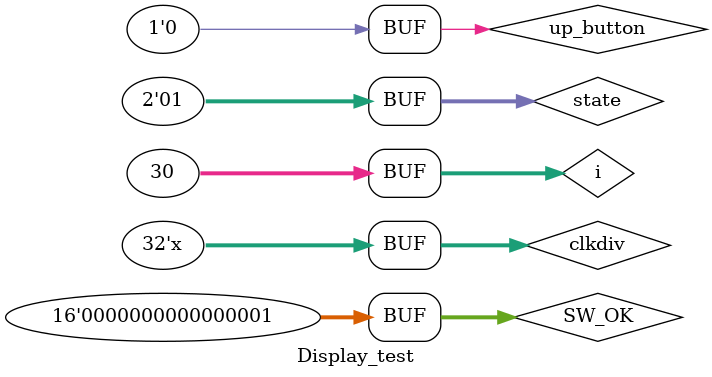
<source format=v>
`timescale 1ns / 1ps


module Display_test;

    // Inputs
    reg [1:0] state;
    reg [31:0] clkdiv;
    reg [15:0] SW_OK;
    reg up_button;

    // Outputs
    wire VGA_hs;
    wire VGA_vs;
    wire isDead;
    wire [3:0] VGA_R;
    wire [3:0] VGA_G;
    wire [3:0] VGA_B;
    wire [7:0] score;

    // Instantiate the Unit Under Test (UUT)
    Display uut (
        .state(state), 
        .clkdiv(clkdiv), 
        .SW_OK(SW_OK), 
        .up_button(up_button), 
        .VGA_hs(VGA_hs), 
        .VGA_vs(VGA_vs), 
        .isDead(isDead), 
        .VGA_R(VGA_R), 
        .VGA_G(VGA_G), 
        .VGA_B(VGA_B), 
        .score(score)
    );
    
    integer i = 0;
    initial begin
        state = 0;
        clkdiv = 0;
        SW_OK = 0;
        up_button = 0;
        SW_OK[0] = 1;
        #1000000;
        state = 1;
        
        for(i = 0; i < 30; i = i + 1) begin
            up_button = 1;
            #2000;
            up_button = 0;
            #1000000;
        end

    end
    always #1 clkdiv = clkdiv + 1;
      
endmodule


</source>
